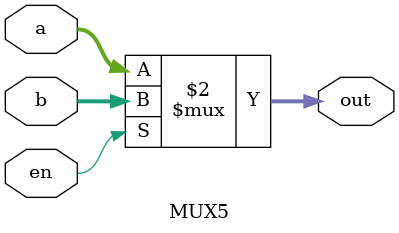
<source format=v>
module MUX32 (
    input en,
    input [31:0] a, b,
    output [31:0] out
);
    assign out = (en == 0) ? a : b;
endmodule

module MUX5 (
    input en,
    input [4:0] a, b,
    output [4:0] out
);
    assign out = (en == 0) ? a : b;
endmodule
</source>
